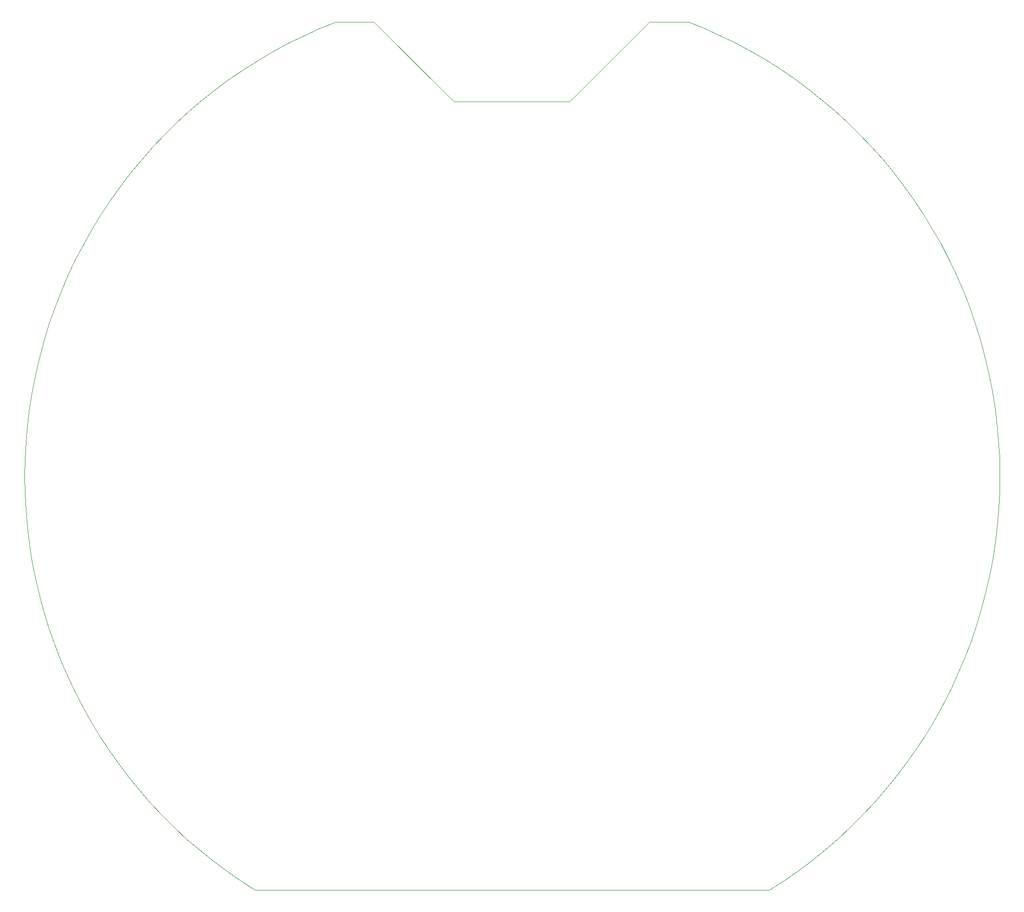
<source format=gko>
G04*
G04 #@! TF.GenerationSoftware,Altium Limited,Altium Designer,20.1.11 (218)*
G04*
G04 Layer_Color=16711935*
%FSLAX25Y25*%
%MOIN*%
G70*
G04*
G04 #@! TF.SameCoordinates,DC62774E-AE12-477B-97F5-19A81F94617E*
G04*
G04*
G04 #@! TF.FilePolarity,Positive*
G04*
G01*
G75*
%ADD101C,0.00197*%
D101*
X-39567Y255315D02*
X39567D01*
X94042Y309790D02*
X120806D01*
X39567Y255315D02*
X94042Y309790D01*
X-120161D02*
X-94042D01*
X-39567Y255315D01*
X-131030Y305345D02*
X-120161Y309790D01*
X-141735Y300518D02*
X-131030Y305345D01*
X-152263Y295317D02*
X-141735Y300518D01*
X-162602Y289748D02*
X-152263Y295317D01*
X-172737Y283817D02*
X-162602Y289748D01*
X-182657Y277532D02*
X-172737Y283817D01*
X-192348Y270901D02*
X-182657Y277532D01*
X-201800Y263932D02*
X-192348Y270901D01*
X-210999Y256634D02*
X-201800Y263932D01*
X-219936Y249016D02*
X-210999Y256634D01*
X-228598Y241087D02*
X-219936Y249016D01*
X-236975Y232858D02*
X-228598Y241087D01*
X-245056Y224337D02*
X-236975Y232858D01*
X-252831Y215537D02*
X-245056Y224337D01*
X-260291Y206468D02*
X-252831Y215537D01*
X-267426Y197142D02*
X-260291Y206468D01*
X-274228Y187569D02*
X-267426Y197142D01*
X-280687Y177762D02*
X-274228Y187569D01*
X-286797Y167734D02*
X-280687Y177762D01*
X-292548Y157496D02*
X-286797Y167734D01*
X-297935Y147061D02*
X-292548Y157496D01*
X-302950Y136443D02*
X-297935Y147061D01*
X-307588Y125654D02*
X-302950Y136443D01*
X-311841Y114709D02*
X-307588Y125654D01*
X-315706Y103620D02*
X-311841Y114709D01*
X-319177Y92402D02*
X-315706Y103620D01*
X-322249Y81068D02*
X-319177Y92402D01*
X-324920Y69633D02*
X-322249Y81068D01*
X-327186Y58110D02*
X-324920Y69633D01*
X-329043Y46515D02*
X-327186Y58110D01*
X-330491Y34862D02*
X-329043Y46515D01*
X-331525Y23165D02*
X-330491Y34862D01*
X-332147Y11438D02*
X-331525Y23165D01*
X-332354Y-303D02*
X-332147Y11438D01*
X-332354Y-303D02*
X-332150Y-11951D01*
X-331539Y-23585D01*
X-330520Y-35190D01*
X-329096Y-46752D01*
X-327267Y-58258D01*
X-325037Y-69692D01*
X-322408Y-81041D01*
X-319384Y-92292D01*
X-315967Y-103429D01*
X-312162Y-114440D01*
X-307974Y-125311D01*
X-303408Y-136029D01*
X-298470Y-146580D01*
X-293165Y-156952D01*
X-287501Y-167132D01*
X-281483Y-177107D01*
X-275120Y-186866D01*
X-268419Y-196395D01*
X-261388Y-205684D01*
X-254037Y-214722D01*
X-246373Y-223496D01*
X-238407Y-231997D01*
X-230149Y-240213D01*
X-221607Y-248136D01*
X-212794Y-255754D01*
X-203719Y-263059D01*
X-194394Y-270042D01*
X-184831Y-276695D01*
X-175040Y-283008D01*
X175686D01*
X185518Y-276667D01*
X195122Y-269984D01*
X204484Y-262967D01*
X213594Y-255625D01*
X222441Y-247968D01*
X231012Y-240004D01*
X239298Y-231744D01*
X247289Y-223198D01*
X254974Y-214375D01*
X262344Y-205289D01*
X269390Y-195948D01*
X276103Y-186365D01*
X282476Y-176553D01*
X288499Y-166522D01*
X294165Y-156286D01*
X299469Y-145857D01*
X304402Y-135248D01*
X308959Y-124472D01*
X313134Y-113542D01*
X316923Y-102472D01*
X320320Y-91276D01*
X323321Y-79967D01*
X325922Y-68560D01*
X328121Y-57069D01*
X329915Y-45507D01*
X331300Y-33889D01*
X332277Y-22230D01*
X332842Y-10543D01*
X332997Y1156D01*
X332740Y12853D02*
X332997Y1156D01*
X332071Y24534D02*
X332740Y12853D01*
X330993Y36184D02*
X332071Y24534D01*
X329505Y47789D02*
X330993Y36184D01*
X327611Y59335D02*
X329505Y47789D01*
X325311Y70807D02*
X327611Y59335D01*
X322610Y82191D02*
X325311Y70807D01*
X319510Y93473D02*
X322610Y82191D01*
X316015Y104639D02*
X319510Y93473D01*
X312129Y115674D02*
X316015Y104639D01*
X307858Y126567D02*
X312129Y115674D01*
X303207Y137303D02*
X307858Y126567D01*
X298181Y147868D02*
X303207Y137303D01*
X292786Y158251D02*
X298181Y147868D01*
X287030Y168437D02*
X292786Y158251D01*
X280919Y178414D02*
X287030Y168437D01*
X274461Y188171D02*
X280919Y178414D01*
X267664Y197694D02*
X274461Y188171D01*
X260536Y206972D02*
X267664Y197694D01*
X253087Y215994D02*
X260536Y206972D01*
X245324Y224748D02*
X253087Y215994D01*
X237259Y233225D02*
X245324Y224748D01*
X228901Y241412D02*
X237259Y233225D01*
X220260Y249300D02*
X228901Y241412D01*
X211347Y256880D02*
X220260Y249300D01*
X202173Y264141D02*
X211347Y256880D01*
X192749Y271075D02*
X202173Y264141D01*
X183087Y277674D02*
X192749Y271075D01*
X173199Y283929D02*
X183087Y277674D01*
X163098Y289832D02*
X173199Y283929D01*
X152795Y295376D02*
X163098Y289832D01*
X142303Y300555D02*
X152795Y295376D01*
X131636Y305362D02*
X142303Y300555D01*
X120806Y309790D02*
X131636Y305362D01*
M02*

</source>
